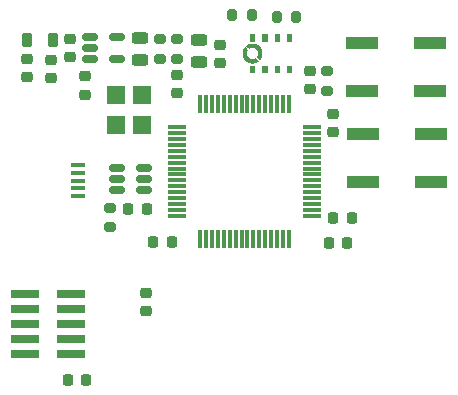
<source format=gbr>
%TF.GenerationSoftware,KiCad,Pcbnew,(6.0.0)*%
%TF.CreationDate,2022-03-30T15:51:48+02:00*%
%TF.ProjectId,USBMIc,5553424d-4963-42e6-9b69-6361645f7063,rev?*%
%TF.SameCoordinates,Original*%
%TF.FileFunction,Paste,Top*%
%TF.FilePolarity,Positive*%
%FSLAX46Y46*%
G04 Gerber Fmt 4.6, Leading zero omitted, Abs format (unit mm)*
G04 Created by KiCad (PCBNEW (6.0.0)) date 2022-03-30 15:51:48*
%MOMM*%
%LPD*%
G01*
G04 APERTURE LIST*
G04 Aperture macros list*
%AMRoundRect*
0 Rectangle with rounded corners*
0 $1 Rounding radius*
0 $2 $3 $4 $5 $6 $7 $8 $9 X,Y pos of 4 corners*
0 Add a 4 corners polygon primitive as box body*
4,1,4,$2,$3,$4,$5,$6,$7,$8,$9,$2,$3,0*
0 Add four circle primitives for the rounded corners*
1,1,$1+$1,$2,$3*
1,1,$1+$1,$4,$5*
1,1,$1+$1,$6,$7*
1,1,$1+$1,$8,$9*
0 Add four rect primitives between the rounded corners*
20,1,$1+$1,$2,$3,$4,$5,0*
20,1,$1+$1,$4,$5,$6,$7,0*
20,1,$1+$1,$6,$7,$8,$9,0*
20,1,$1+$1,$8,$9,$2,$3,0*%
G04 Aperture macros list end*
%ADD10C,0.010000*%
%ADD11RoundRect,0.225000X0.250000X-0.225000X0.250000X0.225000X-0.250000X0.225000X-0.250000X-0.225000X0*%
%ADD12RoundRect,0.225000X0.225000X0.250000X-0.225000X0.250000X-0.225000X-0.250000X0.225000X-0.250000X0*%
%ADD13RoundRect,0.225000X-0.225000X-0.250000X0.225000X-0.250000X0.225000X0.250000X-0.225000X0.250000X0*%
%ADD14R,1.500000X1.600000*%
%ADD15RoundRect,0.075000X0.700000X0.075000X-0.700000X0.075000X-0.700000X-0.075000X0.700000X-0.075000X0*%
%ADD16RoundRect,0.075000X0.075000X0.700000X-0.075000X0.700000X-0.075000X-0.700000X0.075000X-0.700000X0*%
%ADD17RoundRect,0.150000X-0.512500X-0.150000X0.512500X-0.150000X0.512500X0.150000X-0.512500X0.150000X0*%
%ADD18R,2.750000X1.000000*%
%ADD19RoundRect,0.200000X0.275000X-0.200000X0.275000X0.200000X-0.275000X0.200000X-0.275000X-0.200000X0*%
%ADD20RoundRect,0.200000X-0.200000X-0.275000X0.200000X-0.275000X0.200000X0.275000X-0.200000X0.275000X0*%
%ADD21RoundRect,0.200000X0.200000X0.275000X-0.200000X0.275000X-0.200000X-0.275000X0.200000X-0.275000X0*%
%ADD22RoundRect,0.200000X-0.275000X0.200000X-0.275000X-0.200000X0.275000X-0.200000X0.275000X0.200000X0*%
%ADD23RoundRect,0.218750X-0.218750X-0.381250X0.218750X-0.381250X0.218750X0.381250X-0.218750X0.381250X0*%
%ADD24R,2.400000X0.740000*%
%ADD25R,1.300000X0.450000*%
%ADD26RoundRect,0.243750X0.456250X-0.243750X0.456250X0.243750X-0.456250X0.243750X-0.456250X-0.243750X0*%
%ADD27RoundRect,0.225000X-0.250000X0.225000X-0.250000X-0.225000X0.250000X-0.225000X0.250000X0.225000X0*%
G04 APERTURE END LIST*
D10*
%TO.C,MK1*%
X87738770Y-63093728D02*
X87759000Y-63113500D01*
X87759000Y-63113500D02*
X87778000Y-63129500D01*
X87778000Y-63129500D02*
X87797000Y-63144500D01*
X87797000Y-63144500D02*
X87816000Y-63158500D01*
X87816000Y-63158500D02*
X87837000Y-63171500D01*
X87837000Y-63171500D02*
X87857000Y-63183500D01*
X87857000Y-63183500D02*
X87879000Y-63195500D01*
X87879000Y-63195500D02*
X87901000Y-63205500D01*
X87901000Y-63205500D02*
X87923000Y-63214500D01*
X87923000Y-63214500D02*
X87946000Y-63222500D01*
X87946000Y-63222500D02*
X87969000Y-63229500D01*
X87969000Y-63229500D02*
X87993000Y-63235500D01*
X87993000Y-63235500D02*
X88016000Y-63240500D01*
X88016000Y-63240500D02*
X88040000Y-63244500D01*
X88040000Y-63244500D02*
X88064000Y-63247500D01*
X88064000Y-63247500D02*
X88088000Y-63248500D01*
X88088000Y-63248500D02*
X88112000Y-63249500D01*
X88112000Y-63249500D02*
X88137000Y-63248500D01*
X88137000Y-63248500D02*
X88161000Y-63246500D01*
X88161000Y-63246500D02*
X88185000Y-63243500D01*
X88185000Y-63243500D02*
X88209000Y-63239500D01*
X88209000Y-63239500D02*
X88232000Y-63234500D01*
X88232000Y-63234500D02*
X88256000Y-63228500D01*
X88256000Y-63228500D02*
X88279000Y-63220500D01*
X88279000Y-63220500D02*
X88301000Y-63212500D01*
X88301000Y-63212500D02*
X88324000Y-63202500D01*
X88324000Y-63202500D02*
X88345000Y-63192500D01*
X88345000Y-63192500D02*
X88367000Y-63181500D01*
X88367000Y-63181500D02*
X88387000Y-63168500D01*
X88387000Y-63168500D02*
X88404000Y-63157500D01*
X88404000Y-63157500D02*
X88601000Y-63354500D01*
X88601000Y-63354500D02*
X88571000Y-63376500D01*
X88571000Y-63376500D02*
X88539000Y-63398500D01*
X88539000Y-63398500D02*
X88506000Y-63418500D01*
X88506000Y-63418500D02*
X88472000Y-63436500D01*
X88472000Y-63436500D02*
X88437000Y-63453500D01*
X88437000Y-63453500D02*
X88401000Y-63467500D01*
X88401000Y-63467500D02*
X88365000Y-63481500D01*
X88365000Y-63481500D02*
X88328000Y-63492500D01*
X88328000Y-63492500D02*
X88291000Y-63502500D01*
X88291000Y-63502500D02*
X88253000Y-63510500D01*
X88253000Y-63510500D02*
X88215000Y-63516500D01*
X88215000Y-63516500D02*
X88177000Y-63520500D01*
X88177000Y-63520500D02*
X88138000Y-63522500D01*
X88138000Y-63522500D02*
X88100000Y-63522500D01*
X88100000Y-63522500D02*
X88061000Y-63521500D01*
X88061000Y-63521500D02*
X88023000Y-63518500D01*
X88023000Y-63518500D02*
X87985000Y-63513500D01*
X87985000Y-63513500D02*
X87947000Y-63506500D01*
X87947000Y-63506500D02*
X87909000Y-63497500D01*
X87909000Y-63497500D02*
X87872000Y-63486500D01*
X87872000Y-63486500D02*
X87835000Y-63474500D01*
X87835000Y-63474500D02*
X87800000Y-63460500D01*
X87800000Y-63460500D02*
X87764000Y-63444500D01*
X87764000Y-63444500D02*
X87730000Y-63426500D01*
X87730000Y-63426500D02*
X87697000Y-63407500D01*
X87697000Y-63407500D02*
X87664000Y-63386500D01*
X87664000Y-63386500D02*
X87633000Y-63364500D01*
X87633000Y-63364500D02*
X87602000Y-63340500D01*
X87602000Y-63340500D02*
X87573000Y-63315500D01*
X87573000Y-63315500D02*
X87544000Y-63288500D01*
X87544000Y-63288500D02*
X87517000Y-63259500D01*
X87517000Y-63259500D02*
X87492000Y-63230500D01*
X87492000Y-63230500D02*
X87468000Y-63199500D01*
X87468000Y-63199500D02*
X87446000Y-63168500D01*
X87446000Y-63168500D02*
X87425000Y-63135500D01*
X87425000Y-63135500D02*
X87406000Y-63102500D01*
X87406000Y-63102500D02*
X87388000Y-63068500D01*
X87388000Y-63068500D02*
X87372000Y-63032500D01*
X87372000Y-63032500D02*
X87358000Y-62997500D01*
X87358000Y-62997500D02*
X87346000Y-62960500D01*
X87346000Y-62960500D02*
X87335000Y-62923500D01*
X87335000Y-62923500D02*
X87326000Y-62885500D01*
X87326000Y-62885500D02*
X87319000Y-62847500D01*
X87319000Y-62847500D02*
X87314000Y-62809500D01*
X87314000Y-62809500D02*
X87311000Y-62771500D01*
X87311000Y-62771500D02*
X87310000Y-62732500D01*
X87310000Y-62732500D02*
X87310000Y-62694500D01*
X87310000Y-62694500D02*
X87312000Y-62655500D01*
X87312000Y-62655500D02*
X87316000Y-62617500D01*
X87316000Y-62617500D02*
X87322000Y-62579500D01*
X87322000Y-62579500D02*
X87330000Y-62541500D01*
X87330000Y-62541500D02*
X87340000Y-62504500D01*
X87340000Y-62504500D02*
X87351000Y-62467500D01*
X87351000Y-62467500D02*
X87365000Y-62431500D01*
X87365000Y-62431500D02*
X87379000Y-62395500D01*
X87379000Y-62395500D02*
X87396000Y-62360500D01*
X87396000Y-62360500D02*
X87414000Y-62326500D01*
X87414000Y-62326500D02*
X87434000Y-62293500D01*
X87434000Y-62293500D02*
X87456000Y-62261500D01*
X87456000Y-62261500D02*
X87478000Y-62231500D01*
X87478000Y-62231500D02*
X87675000Y-62428500D01*
X87675000Y-62428500D02*
X87664000Y-62445500D01*
X87664000Y-62445500D02*
X87651000Y-62465500D01*
X87651000Y-62465500D02*
X87640000Y-62487500D01*
X87640000Y-62487500D02*
X87630000Y-62508500D01*
X87630000Y-62508500D02*
X87620000Y-62531500D01*
X87620000Y-62531500D02*
X87612000Y-62553500D01*
X87612000Y-62553500D02*
X87604000Y-62576500D01*
X87604000Y-62576500D02*
X87598000Y-62600500D01*
X87598000Y-62600500D02*
X87593000Y-62623500D01*
X87593000Y-62623500D02*
X87589000Y-62647500D01*
X87589000Y-62647500D02*
X87586000Y-62671500D01*
X87586000Y-62671500D02*
X87584000Y-62695500D01*
X87584000Y-62695500D02*
X87583000Y-62720500D01*
X87583000Y-62720500D02*
X87584000Y-62744500D01*
X87584000Y-62744500D02*
X87585000Y-62768500D01*
X87585000Y-62768500D02*
X87588000Y-62792500D01*
X87588000Y-62792500D02*
X87592000Y-62816500D01*
X87592000Y-62816500D02*
X87597000Y-62839500D01*
X87597000Y-62839500D02*
X87603000Y-62863500D01*
X87603000Y-62863500D02*
X87610000Y-62886500D01*
X87610000Y-62886500D02*
X87618000Y-62909500D01*
X87618000Y-62909500D02*
X87627000Y-62931500D01*
X87627000Y-62931500D02*
X87637000Y-62953500D01*
X87637000Y-62953500D02*
X87649000Y-62975500D01*
X87649000Y-62975500D02*
X87661000Y-62995500D01*
X87661000Y-62995500D02*
X87674000Y-63016500D01*
X87674000Y-63016500D02*
X87688000Y-63035500D01*
X87688000Y-63035500D02*
X87703000Y-63054500D01*
X87703000Y-63054500D02*
X87719000Y-63073500D01*
X87719000Y-63073500D02*
X87739000Y-63093500D01*
X87739000Y-63093500D02*
X87738770Y-63093728D01*
X87738770Y-63093728D02*
X87738770Y-63093728D01*
G36*
X87675000Y-62428500D02*
G01*
X87664000Y-62445500D01*
X87651000Y-62465500D01*
X87640000Y-62487500D01*
X87630000Y-62508500D01*
X87620000Y-62531500D01*
X87612000Y-62553500D01*
X87604000Y-62576500D01*
X87598000Y-62600500D01*
X87593000Y-62623500D01*
X87589000Y-62647500D01*
X87586000Y-62671500D01*
X87584000Y-62695500D01*
X87583000Y-62720500D01*
X87585000Y-62768500D01*
X87588000Y-62792500D01*
X87592000Y-62816500D01*
X87597000Y-62839500D01*
X87603000Y-62863500D01*
X87610000Y-62886500D01*
X87618000Y-62909500D01*
X87627000Y-62931500D01*
X87637000Y-62953500D01*
X87649000Y-62975500D01*
X87661000Y-62995500D01*
X87674000Y-63016500D01*
X87688000Y-63035500D01*
X87703000Y-63054500D01*
X87719000Y-63073500D01*
X87739000Y-63093500D01*
X87738770Y-63093728D01*
X87759000Y-63113500D01*
X87778000Y-63129500D01*
X87797000Y-63144500D01*
X87816000Y-63158500D01*
X87837000Y-63171500D01*
X87857000Y-63183500D01*
X87879000Y-63195500D01*
X87901000Y-63205500D01*
X87923000Y-63214500D01*
X87946000Y-63222500D01*
X87969000Y-63229500D01*
X87993000Y-63235500D01*
X88016000Y-63240500D01*
X88040000Y-63244500D01*
X88064000Y-63247500D01*
X88112000Y-63249500D01*
X88137000Y-63248500D01*
X88161000Y-63246500D01*
X88185000Y-63243500D01*
X88209000Y-63239500D01*
X88232000Y-63234500D01*
X88256000Y-63228500D01*
X88279000Y-63220500D01*
X88301000Y-63212500D01*
X88324000Y-63202500D01*
X88345000Y-63192500D01*
X88367000Y-63181500D01*
X88387000Y-63168500D01*
X88404000Y-63157500D01*
X88601000Y-63354500D01*
X88571000Y-63376500D01*
X88539000Y-63398500D01*
X88506000Y-63418500D01*
X88472000Y-63436500D01*
X88437000Y-63453500D01*
X88365000Y-63481500D01*
X88328000Y-63492500D01*
X88291000Y-63502500D01*
X88253000Y-63510500D01*
X88215000Y-63516500D01*
X88177000Y-63520500D01*
X88138000Y-63522500D01*
X88100000Y-63522500D01*
X88061000Y-63521500D01*
X88023000Y-63518500D01*
X87985000Y-63513500D01*
X87947000Y-63506500D01*
X87909000Y-63497500D01*
X87872000Y-63486500D01*
X87835000Y-63474500D01*
X87800000Y-63460500D01*
X87764000Y-63444500D01*
X87730000Y-63426500D01*
X87697000Y-63407500D01*
X87664000Y-63386500D01*
X87633000Y-63364500D01*
X87602000Y-63340500D01*
X87573000Y-63315500D01*
X87544000Y-63288500D01*
X87517000Y-63259500D01*
X87492000Y-63230500D01*
X87468000Y-63199500D01*
X87446000Y-63168500D01*
X87425000Y-63135500D01*
X87406000Y-63102500D01*
X87388000Y-63068500D01*
X87372000Y-63032500D01*
X87358000Y-62997500D01*
X87346000Y-62960500D01*
X87335000Y-62923500D01*
X87326000Y-62885500D01*
X87319000Y-62847500D01*
X87314000Y-62809500D01*
X87311000Y-62771500D01*
X87310000Y-62732500D01*
X87310000Y-62694500D01*
X87312000Y-62655500D01*
X87316000Y-62617500D01*
X87322000Y-62579500D01*
X87330000Y-62541500D01*
X87340000Y-62504500D01*
X87351000Y-62467500D01*
X87379000Y-62395500D01*
X87396000Y-62360500D01*
X87414000Y-62326500D01*
X87434000Y-62293500D01*
X87456000Y-62261500D01*
X87478000Y-62231500D01*
X87675000Y-62428500D01*
G37*
X87675000Y-62428500D02*
X87664000Y-62445500D01*
X87651000Y-62465500D01*
X87640000Y-62487500D01*
X87630000Y-62508500D01*
X87620000Y-62531500D01*
X87612000Y-62553500D01*
X87604000Y-62576500D01*
X87598000Y-62600500D01*
X87593000Y-62623500D01*
X87589000Y-62647500D01*
X87586000Y-62671500D01*
X87584000Y-62695500D01*
X87583000Y-62720500D01*
X87585000Y-62768500D01*
X87588000Y-62792500D01*
X87592000Y-62816500D01*
X87597000Y-62839500D01*
X87603000Y-62863500D01*
X87610000Y-62886500D01*
X87618000Y-62909500D01*
X87627000Y-62931500D01*
X87637000Y-62953500D01*
X87649000Y-62975500D01*
X87661000Y-62995500D01*
X87674000Y-63016500D01*
X87688000Y-63035500D01*
X87703000Y-63054500D01*
X87719000Y-63073500D01*
X87739000Y-63093500D01*
X87738770Y-63093728D01*
X87759000Y-63113500D01*
X87778000Y-63129500D01*
X87797000Y-63144500D01*
X87816000Y-63158500D01*
X87837000Y-63171500D01*
X87857000Y-63183500D01*
X87879000Y-63195500D01*
X87901000Y-63205500D01*
X87923000Y-63214500D01*
X87946000Y-63222500D01*
X87969000Y-63229500D01*
X87993000Y-63235500D01*
X88016000Y-63240500D01*
X88040000Y-63244500D01*
X88064000Y-63247500D01*
X88112000Y-63249500D01*
X88137000Y-63248500D01*
X88161000Y-63246500D01*
X88185000Y-63243500D01*
X88209000Y-63239500D01*
X88232000Y-63234500D01*
X88256000Y-63228500D01*
X88279000Y-63220500D01*
X88301000Y-63212500D01*
X88324000Y-63202500D01*
X88345000Y-63192500D01*
X88367000Y-63181500D01*
X88387000Y-63168500D01*
X88404000Y-63157500D01*
X88601000Y-63354500D01*
X88571000Y-63376500D01*
X88539000Y-63398500D01*
X88506000Y-63418500D01*
X88472000Y-63436500D01*
X88437000Y-63453500D01*
X88365000Y-63481500D01*
X88328000Y-63492500D01*
X88291000Y-63502500D01*
X88253000Y-63510500D01*
X88215000Y-63516500D01*
X88177000Y-63520500D01*
X88138000Y-63522500D01*
X88100000Y-63522500D01*
X88061000Y-63521500D01*
X88023000Y-63518500D01*
X87985000Y-63513500D01*
X87947000Y-63506500D01*
X87909000Y-63497500D01*
X87872000Y-63486500D01*
X87835000Y-63474500D01*
X87800000Y-63460500D01*
X87764000Y-63444500D01*
X87730000Y-63426500D01*
X87697000Y-63407500D01*
X87664000Y-63386500D01*
X87633000Y-63364500D01*
X87602000Y-63340500D01*
X87573000Y-63315500D01*
X87544000Y-63288500D01*
X87517000Y-63259500D01*
X87492000Y-63230500D01*
X87468000Y-63199500D01*
X87446000Y-63168500D01*
X87425000Y-63135500D01*
X87406000Y-63102500D01*
X87388000Y-63068500D01*
X87372000Y-63032500D01*
X87358000Y-62997500D01*
X87346000Y-62960500D01*
X87335000Y-62923500D01*
X87326000Y-62885500D01*
X87319000Y-62847500D01*
X87314000Y-62809500D01*
X87311000Y-62771500D01*
X87310000Y-62732500D01*
X87310000Y-62694500D01*
X87312000Y-62655500D01*
X87316000Y-62617500D01*
X87322000Y-62579500D01*
X87330000Y-62541500D01*
X87340000Y-62504500D01*
X87351000Y-62467500D01*
X87379000Y-62395500D01*
X87396000Y-62360500D01*
X87414000Y-62326500D01*
X87434000Y-62293500D01*
X87456000Y-62261500D01*
X87478000Y-62231500D01*
X87675000Y-62428500D01*
X90045000Y-61117500D02*
X90395000Y-61117500D01*
X90395000Y-61117500D02*
X90395000Y-61667500D01*
X90395000Y-61667500D02*
X90045000Y-61667500D01*
X90045000Y-61667500D02*
X90045000Y-61117500D01*
G36*
X90395000Y-61667500D02*
G01*
X90045000Y-61667500D01*
X90045000Y-61117500D01*
X90395000Y-61117500D01*
X90395000Y-61667500D01*
G37*
X90395000Y-61667500D02*
X90045000Y-61667500D01*
X90045000Y-61117500D01*
X90395000Y-61117500D01*
X90395000Y-61667500D01*
X88481228Y-62351272D02*
X88461000Y-62331500D01*
X88461000Y-62331500D02*
X88442000Y-62315500D01*
X88442000Y-62315500D02*
X88423000Y-62300500D01*
X88423000Y-62300500D02*
X88404000Y-62286500D01*
X88404000Y-62286500D02*
X88383000Y-62273500D01*
X88383000Y-62273500D02*
X88363000Y-62261500D01*
X88363000Y-62261500D02*
X88341000Y-62249500D01*
X88341000Y-62249500D02*
X88319000Y-62239500D01*
X88319000Y-62239500D02*
X88297000Y-62230500D01*
X88297000Y-62230500D02*
X88274000Y-62222500D01*
X88274000Y-62222500D02*
X88251000Y-62215500D01*
X88251000Y-62215500D02*
X88227000Y-62209500D01*
X88227000Y-62209500D02*
X88204000Y-62204500D01*
X88204000Y-62204500D02*
X88180000Y-62200500D01*
X88180000Y-62200500D02*
X88156000Y-62197500D01*
X88156000Y-62197500D02*
X88132000Y-62196500D01*
X88132000Y-62196500D02*
X88108000Y-62195500D01*
X88108000Y-62195500D02*
X88083000Y-62196500D01*
X88083000Y-62196500D02*
X88059000Y-62198500D01*
X88059000Y-62198500D02*
X88035000Y-62201500D01*
X88035000Y-62201500D02*
X88011000Y-62205500D01*
X88011000Y-62205500D02*
X87988000Y-62210500D01*
X87988000Y-62210500D02*
X87964000Y-62216500D01*
X87964000Y-62216500D02*
X87941000Y-62224500D01*
X87941000Y-62224500D02*
X87919000Y-62232500D01*
X87919000Y-62232500D02*
X87896000Y-62242500D01*
X87896000Y-62242500D02*
X87875000Y-62252500D01*
X87875000Y-62252500D02*
X87853000Y-62263500D01*
X87853000Y-62263500D02*
X87833000Y-62276500D01*
X87833000Y-62276500D02*
X87816000Y-62287500D01*
X87816000Y-62287500D02*
X87619000Y-62090500D01*
X87619000Y-62090500D02*
X87649000Y-62068500D01*
X87649000Y-62068500D02*
X87681000Y-62046500D01*
X87681000Y-62046500D02*
X87714000Y-62026500D01*
X87714000Y-62026500D02*
X87748000Y-62008500D01*
X87748000Y-62008500D02*
X87783000Y-61991500D01*
X87783000Y-61991500D02*
X87819000Y-61977500D01*
X87819000Y-61977500D02*
X87855000Y-61963500D01*
X87855000Y-61963500D02*
X87892000Y-61952500D01*
X87892000Y-61952500D02*
X87929000Y-61942500D01*
X87929000Y-61942500D02*
X87967000Y-61934500D01*
X87967000Y-61934500D02*
X88005000Y-61928500D01*
X88005000Y-61928500D02*
X88043000Y-61924500D01*
X88043000Y-61924500D02*
X88082000Y-61922500D01*
X88082000Y-61922500D02*
X88120000Y-61922500D01*
X88120000Y-61922500D02*
X88159000Y-61923500D01*
X88159000Y-61923500D02*
X88197000Y-61926500D01*
X88197000Y-61926500D02*
X88235000Y-61931500D01*
X88235000Y-61931500D02*
X88273000Y-61938500D01*
X88273000Y-61938500D02*
X88311000Y-61947500D01*
X88311000Y-61947500D02*
X88348000Y-61958500D01*
X88348000Y-61958500D02*
X88385000Y-61970500D01*
X88385000Y-61970500D02*
X88420000Y-61984500D01*
X88420000Y-61984500D02*
X88456000Y-62000500D01*
X88456000Y-62000500D02*
X88490000Y-62018500D01*
X88490000Y-62018500D02*
X88523000Y-62037500D01*
X88523000Y-62037500D02*
X88556000Y-62058500D01*
X88556000Y-62058500D02*
X88587000Y-62080500D01*
X88587000Y-62080500D02*
X88618000Y-62104500D01*
X88618000Y-62104500D02*
X88647000Y-62129500D01*
X88647000Y-62129500D02*
X88676000Y-62156500D01*
X88676000Y-62156500D02*
X88703000Y-62185500D01*
X88703000Y-62185500D02*
X88728000Y-62214500D01*
X88728000Y-62214500D02*
X88752000Y-62245500D01*
X88752000Y-62245500D02*
X88774000Y-62276500D01*
X88774000Y-62276500D02*
X88795000Y-62309500D01*
X88795000Y-62309500D02*
X88814000Y-62342500D01*
X88814000Y-62342500D02*
X88832000Y-62376500D01*
X88832000Y-62376500D02*
X88848000Y-62412500D01*
X88848000Y-62412500D02*
X88862000Y-62447500D01*
X88862000Y-62447500D02*
X88874000Y-62484500D01*
X88874000Y-62484500D02*
X88885000Y-62521500D01*
X88885000Y-62521500D02*
X88894000Y-62559500D01*
X88894000Y-62559500D02*
X88901000Y-62597500D01*
X88901000Y-62597500D02*
X88906000Y-62635500D01*
X88906000Y-62635500D02*
X88909000Y-62673500D01*
X88909000Y-62673500D02*
X88910000Y-62712500D01*
X88910000Y-62712500D02*
X88910000Y-62750500D01*
X88910000Y-62750500D02*
X88908000Y-62789500D01*
X88908000Y-62789500D02*
X88904000Y-62827500D01*
X88904000Y-62827500D02*
X88898000Y-62865500D01*
X88898000Y-62865500D02*
X88890000Y-62903500D01*
X88890000Y-62903500D02*
X88880000Y-62940500D01*
X88880000Y-62940500D02*
X88869000Y-62977500D01*
X88869000Y-62977500D02*
X88855000Y-63013500D01*
X88855000Y-63013500D02*
X88841000Y-63049500D01*
X88841000Y-63049500D02*
X88824000Y-63084500D01*
X88824000Y-63084500D02*
X88806000Y-63118500D01*
X88806000Y-63118500D02*
X88786000Y-63151500D01*
X88786000Y-63151500D02*
X88764000Y-63183500D01*
X88764000Y-63183500D02*
X88742000Y-63213500D01*
X88742000Y-63213500D02*
X88545000Y-63016500D01*
X88545000Y-63016500D02*
X88556000Y-62999500D01*
X88556000Y-62999500D02*
X88569000Y-62979500D01*
X88569000Y-62979500D02*
X88580000Y-62957500D01*
X88580000Y-62957500D02*
X88590000Y-62936500D01*
X88590000Y-62936500D02*
X88600000Y-62913500D01*
X88600000Y-62913500D02*
X88608000Y-62891500D01*
X88608000Y-62891500D02*
X88616000Y-62868500D01*
X88616000Y-62868500D02*
X88622000Y-62844500D01*
X88622000Y-62844500D02*
X88627000Y-62821500D01*
X88627000Y-62821500D02*
X88631000Y-62797500D01*
X88631000Y-62797500D02*
X88634000Y-62773500D01*
X88634000Y-62773500D02*
X88636000Y-62749500D01*
X88636000Y-62749500D02*
X88637000Y-62724500D01*
X88637000Y-62724500D02*
X88636000Y-62700500D01*
X88636000Y-62700500D02*
X88635000Y-62676500D01*
X88635000Y-62676500D02*
X88632000Y-62652500D01*
X88632000Y-62652500D02*
X88628000Y-62628500D01*
X88628000Y-62628500D02*
X88623000Y-62605500D01*
X88623000Y-62605500D02*
X88617000Y-62581500D01*
X88617000Y-62581500D02*
X88610000Y-62558500D01*
X88610000Y-62558500D02*
X88602000Y-62535500D01*
X88602000Y-62535500D02*
X88593000Y-62513500D01*
X88593000Y-62513500D02*
X88583000Y-62491500D01*
X88583000Y-62491500D02*
X88571000Y-62469500D01*
X88571000Y-62469500D02*
X88559000Y-62449500D01*
X88559000Y-62449500D02*
X88546000Y-62428500D01*
X88546000Y-62428500D02*
X88532000Y-62409500D01*
X88532000Y-62409500D02*
X88517000Y-62390500D01*
X88517000Y-62390500D02*
X88501000Y-62371500D01*
X88501000Y-62371500D02*
X88481000Y-62351500D01*
X88481000Y-62351500D02*
X88481228Y-62351272D01*
X88481228Y-62351272D02*
X88481228Y-62351272D01*
G36*
X88159000Y-61923500D02*
G01*
X88197000Y-61926500D01*
X88235000Y-61931500D01*
X88273000Y-61938500D01*
X88311000Y-61947500D01*
X88348000Y-61958500D01*
X88385000Y-61970500D01*
X88420000Y-61984500D01*
X88456000Y-62000500D01*
X88490000Y-62018500D01*
X88523000Y-62037500D01*
X88556000Y-62058500D01*
X88587000Y-62080500D01*
X88618000Y-62104500D01*
X88647000Y-62129500D01*
X88676000Y-62156500D01*
X88703000Y-62185500D01*
X88728000Y-62214500D01*
X88752000Y-62245500D01*
X88774000Y-62276500D01*
X88795000Y-62309500D01*
X88814000Y-62342500D01*
X88832000Y-62376500D01*
X88848000Y-62412500D01*
X88862000Y-62447500D01*
X88874000Y-62484500D01*
X88885000Y-62521500D01*
X88894000Y-62559500D01*
X88901000Y-62597500D01*
X88906000Y-62635500D01*
X88909000Y-62673500D01*
X88910000Y-62712500D01*
X88910000Y-62750500D01*
X88908000Y-62789500D01*
X88904000Y-62827500D01*
X88898000Y-62865500D01*
X88890000Y-62903500D01*
X88880000Y-62940500D01*
X88869000Y-62977500D01*
X88841000Y-63049500D01*
X88824000Y-63084500D01*
X88806000Y-63118500D01*
X88786000Y-63151500D01*
X88764000Y-63183500D01*
X88742000Y-63213500D01*
X88545000Y-63016500D01*
X88556000Y-62999500D01*
X88569000Y-62979500D01*
X88580000Y-62957500D01*
X88590000Y-62936500D01*
X88600000Y-62913500D01*
X88608000Y-62891500D01*
X88616000Y-62868500D01*
X88622000Y-62844500D01*
X88627000Y-62821500D01*
X88631000Y-62797500D01*
X88634000Y-62773500D01*
X88636000Y-62749500D01*
X88637000Y-62724500D01*
X88635000Y-62676500D01*
X88632000Y-62652500D01*
X88628000Y-62628500D01*
X88623000Y-62605500D01*
X88617000Y-62581500D01*
X88610000Y-62558500D01*
X88602000Y-62535500D01*
X88593000Y-62513500D01*
X88583000Y-62491500D01*
X88571000Y-62469500D01*
X88559000Y-62449500D01*
X88546000Y-62428500D01*
X88532000Y-62409500D01*
X88517000Y-62390500D01*
X88501000Y-62371500D01*
X88481000Y-62351500D01*
X88481228Y-62351272D01*
X88461000Y-62331500D01*
X88442000Y-62315500D01*
X88423000Y-62300500D01*
X88404000Y-62286500D01*
X88383000Y-62273500D01*
X88363000Y-62261500D01*
X88341000Y-62249500D01*
X88319000Y-62239500D01*
X88297000Y-62230500D01*
X88274000Y-62222500D01*
X88251000Y-62215500D01*
X88227000Y-62209500D01*
X88204000Y-62204500D01*
X88180000Y-62200500D01*
X88156000Y-62197500D01*
X88108000Y-62195500D01*
X88083000Y-62196500D01*
X88059000Y-62198500D01*
X88035000Y-62201500D01*
X88011000Y-62205500D01*
X87988000Y-62210500D01*
X87964000Y-62216500D01*
X87941000Y-62224500D01*
X87919000Y-62232500D01*
X87896000Y-62242500D01*
X87875000Y-62252500D01*
X87853000Y-62263500D01*
X87833000Y-62276500D01*
X87816000Y-62287500D01*
X87619000Y-62090500D01*
X87649000Y-62068500D01*
X87681000Y-62046500D01*
X87714000Y-62026500D01*
X87748000Y-62008500D01*
X87783000Y-61991500D01*
X87855000Y-61963500D01*
X87892000Y-61952500D01*
X87929000Y-61942500D01*
X87967000Y-61934500D01*
X88005000Y-61928500D01*
X88043000Y-61924500D01*
X88082000Y-61922500D01*
X88120000Y-61922500D01*
X88159000Y-61923500D01*
G37*
X88159000Y-61923500D02*
X88197000Y-61926500D01*
X88235000Y-61931500D01*
X88273000Y-61938500D01*
X88311000Y-61947500D01*
X88348000Y-61958500D01*
X88385000Y-61970500D01*
X88420000Y-61984500D01*
X88456000Y-62000500D01*
X88490000Y-62018500D01*
X88523000Y-62037500D01*
X88556000Y-62058500D01*
X88587000Y-62080500D01*
X88618000Y-62104500D01*
X88647000Y-62129500D01*
X88676000Y-62156500D01*
X88703000Y-62185500D01*
X88728000Y-62214500D01*
X88752000Y-62245500D01*
X88774000Y-62276500D01*
X88795000Y-62309500D01*
X88814000Y-62342500D01*
X88832000Y-62376500D01*
X88848000Y-62412500D01*
X88862000Y-62447500D01*
X88874000Y-62484500D01*
X88885000Y-62521500D01*
X88894000Y-62559500D01*
X88901000Y-62597500D01*
X88906000Y-62635500D01*
X88909000Y-62673500D01*
X88910000Y-62712500D01*
X88910000Y-62750500D01*
X88908000Y-62789500D01*
X88904000Y-62827500D01*
X88898000Y-62865500D01*
X88890000Y-62903500D01*
X88880000Y-62940500D01*
X88869000Y-62977500D01*
X88841000Y-63049500D01*
X88824000Y-63084500D01*
X88806000Y-63118500D01*
X88786000Y-63151500D01*
X88764000Y-63183500D01*
X88742000Y-63213500D01*
X88545000Y-63016500D01*
X88556000Y-62999500D01*
X88569000Y-62979500D01*
X88580000Y-62957500D01*
X88590000Y-62936500D01*
X88600000Y-62913500D01*
X88608000Y-62891500D01*
X88616000Y-62868500D01*
X88622000Y-62844500D01*
X88627000Y-62821500D01*
X88631000Y-62797500D01*
X88634000Y-62773500D01*
X88636000Y-62749500D01*
X88637000Y-62724500D01*
X88635000Y-62676500D01*
X88632000Y-62652500D01*
X88628000Y-62628500D01*
X88623000Y-62605500D01*
X88617000Y-62581500D01*
X88610000Y-62558500D01*
X88602000Y-62535500D01*
X88593000Y-62513500D01*
X88583000Y-62491500D01*
X88571000Y-62469500D01*
X88559000Y-62449500D01*
X88546000Y-62428500D01*
X88532000Y-62409500D01*
X88517000Y-62390500D01*
X88501000Y-62371500D01*
X88481000Y-62351500D01*
X88481228Y-62351272D01*
X88461000Y-62331500D01*
X88442000Y-62315500D01*
X88423000Y-62300500D01*
X88404000Y-62286500D01*
X88383000Y-62273500D01*
X88363000Y-62261500D01*
X88341000Y-62249500D01*
X88319000Y-62239500D01*
X88297000Y-62230500D01*
X88274000Y-62222500D01*
X88251000Y-62215500D01*
X88227000Y-62209500D01*
X88204000Y-62204500D01*
X88180000Y-62200500D01*
X88156000Y-62197500D01*
X88108000Y-62195500D01*
X88083000Y-62196500D01*
X88059000Y-62198500D01*
X88035000Y-62201500D01*
X88011000Y-62205500D01*
X87988000Y-62210500D01*
X87964000Y-62216500D01*
X87941000Y-62224500D01*
X87919000Y-62232500D01*
X87896000Y-62242500D01*
X87875000Y-62252500D01*
X87853000Y-62263500D01*
X87833000Y-62276500D01*
X87816000Y-62287500D01*
X87619000Y-62090500D01*
X87649000Y-62068500D01*
X87681000Y-62046500D01*
X87714000Y-62026500D01*
X87748000Y-62008500D01*
X87783000Y-61991500D01*
X87855000Y-61963500D01*
X87892000Y-61952500D01*
X87929000Y-61942500D01*
X87967000Y-61934500D01*
X88005000Y-61928500D01*
X88043000Y-61924500D01*
X88082000Y-61922500D01*
X88120000Y-61922500D01*
X88159000Y-61923500D01*
X91095000Y-61117500D02*
X91445000Y-61117500D01*
X91445000Y-61117500D02*
X91445000Y-61667500D01*
X91445000Y-61667500D02*
X91095000Y-61667500D01*
X91095000Y-61667500D02*
X91095000Y-61117500D01*
G36*
X91445000Y-61667500D02*
G01*
X91095000Y-61667500D01*
X91095000Y-61117500D01*
X91445000Y-61117500D01*
X91445000Y-61667500D01*
G37*
X91445000Y-61667500D02*
X91095000Y-61667500D01*
X91095000Y-61117500D01*
X91445000Y-61117500D01*
X91445000Y-61667500D01*
X90045000Y-63777500D02*
X90395000Y-63777500D01*
X90395000Y-63777500D02*
X90395000Y-64327500D01*
X90395000Y-64327500D02*
X90045000Y-64327500D01*
X90045000Y-64327500D02*
X90045000Y-63777500D01*
G36*
X90395000Y-64327500D02*
G01*
X90045000Y-64327500D01*
X90045000Y-63777500D01*
X90395000Y-63777500D01*
X90395000Y-64327500D01*
G37*
X90395000Y-64327500D02*
X90045000Y-64327500D01*
X90045000Y-63777500D01*
X90395000Y-63777500D01*
X90395000Y-64327500D01*
X91095000Y-63777500D02*
X91445000Y-63777500D01*
X91445000Y-63777500D02*
X91445000Y-64327500D01*
X91445000Y-64327500D02*
X91095000Y-64327500D01*
X91095000Y-64327500D02*
X91095000Y-63777500D01*
G36*
X91445000Y-64327500D02*
G01*
X91095000Y-64327500D01*
X91095000Y-63777500D01*
X91445000Y-63777500D01*
X91445000Y-64327500D01*
G37*
X91445000Y-64327500D02*
X91095000Y-64327500D01*
X91095000Y-63777500D01*
X91445000Y-63777500D01*
X91445000Y-64327500D01*
X87945000Y-61117500D02*
X88295000Y-61117500D01*
X88295000Y-61117500D02*
X88295000Y-61667500D01*
X88295000Y-61667500D02*
X87945000Y-61667500D01*
X87945000Y-61667500D02*
X87945000Y-61117500D01*
G36*
X88295000Y-61667500D02*
G01*
X87945000Y-61667500D01*
X87945000Y-61117500D01*
X88295000Y-61117500D01*
X88295000Y-61667500D01*
G37*
X88295000Y-61667500D02*
X87945000Y-61667500D01*
X87945000Y-61117500D01*
X88295000Y-61117500D01*
X88295000Y-61667500D01*
X88995000Y-61117500D02*
X89345000Y-61117500D01*
X89345000Y-61117500D02*
X89345000Y-61667500D01*
X89345000Y-61667500D02*
X88995000Y-61667500D01*
X88995000Y-61667500D02*
X88995000Y-61117500D01*
G36*
X89345000Y-61667500D02*
G01*
X88995000Y-61667500D01*
X88995000Y-61117500D01*
X89345000Y-61117500D01*
X89345000Y-61667500D01*
G37*
X89345000Y-61667500D02*
X88995000Y-61667500D01*
X88995000Y-61117500D01*
X89345000Y-61117500D01*
X89345000Y-61667500D01*
X87945000Y-63777500D02*
X88295000Y-63777500D01*
X88295000Y-63777500D02*
X88295000Y-64327500D01*
X88295000Y-64327500D02*
X87945000Y-64327500D01*
X87945000Y-64327500D02*
X87945000Y-63777500D01*
G36*
X88295000Y-64327500D02*
G01*
X87945000Y-64327500D01*
X87945000Y-63777500D01*
X88295000Y-63777500D01*
X88295000Y-64327500D01*
G37*
X88295000Y-64327500D02*
X87945000Y-64327500D01*
X87945000Y-63777500D01*
X88295000Y-63777500D01*
X88295000Y-64327500D01*
X88995000Y-63777500D02*
X89345000Y-63777500D01*
X89345000Y-63777500D02*
X89345000Y-64327500D01*
X89345000Y-64327500D02*
X88995000Y-64327500D01*
X88995000Y-64327500D02*
X88995000Y-63777500D01*
G36*
X89345000Y-64327500D02*
G01*
X88995000Y-64327500D01*
X88995000Y-63777500D01*
X89345000Y-63777500D01*
X89345000Y-64327500D01*
G37*
X89345000Y-64327500D02*
X88995000Y-64327500D01*
X88995000Y-63777500D01*
X89345000Y-63777500D01*
X89345000Y-64327500D01*
%TD*%
D11*
%TO.C,C14*%
X95000000Y-69400000D03*
X95000000Y-67850000D03*
%TD*%
%TO.C,C13*%
X79100000Y-84600000D03*
X79100000Y-83050000D03*
%TD*%
%TO.C,C12*%
X81800000Y-66100000D03*
X81800000Y-64550000D03*
%TD*%
D12*
%TO.C,C11*%
X81300000Y-78700000D03*
X79750000Y-78700000D03*
%TD*%
D11*
%TO.C,C10*%
X93000000Y-65800000D03*
X93000000Y-64250000D03*
%TD*%
D13*
%TO.C,C9*%
X95000000Y-76700000D03*
X96550000Y-76700000D03*
%TD*%
D14*
%TO.C,Y1*%
X76600000Y-66300000D03*
X76600000Y-68840000D03*
X78800000Y-68840000D03*
X78800000Y-66300000D03*
%TD*%
D15*
%TO.C,U3*%
X93150000Y-76500000D03*
X93150000Y-76000000D03*
X93150000Y-75500000D03*
X93150000Y-75000000D03*
X93150000Y-74500000D03*
X93150000Y-74000000D03*
X93150000Y-73500000D03*
X93150000Y-73000000D03*
X93150000Y-72500000D03*
X93150000Y-72000000D03*
X93150000Y-71500000D03*
X93150000Y-71000000D03*
X93150000Y-70500000D03*
X93150000Y-70000000D03*
X93150000Y-69500000D03*
X93150000Y-69000000D03*
D16*
X91225000Y-67075000D03*
X90725000Y-67075000D03*
X90225000Y-67075000D03*
X89725000Y-67075000D03*
X89225000Y-67075000D03*
X88725000Y-67075000D03*
X88225000Y-67075000D03*
X87725000Y-67075000D03*
X87225000Y-67075000D03*
X86725000Y-67075000D03*
X86225000Y-67075000D03*
X85725000Y-67075000D03*
X85225000Y-67075000D03*
X84725000Y-67075000D03*
X84225000Y-67075000D03*
X83725000Y-67075000D03*
D15*
X81800000Y-69000000D03*
X81800000Y-69500000D03*
X81800000Y-70000000D03*
X81800000Y-70500000D03*
X81800000Y-71000000D03*
X81800000Y-71500000D03*
X81800000Y-72000000D03*
X81800000Y-72500000D03*
X81800000Y-73000000D03*
X81800000Y-73500000D03*
X81800000Y-74000000D03*
X81800000Y-74500000D03*
X81800000Y-75000000D03*
X81800000Y-75500000D03*
X81800000Y-76000000D03*
X81800000Y-76500000D03*
D16*
X83725000Y-78425000D03*
X84225000Y-78425000D03*
X84725000Y-78425000D03*
X85225000Y-78425000D03*
X85725000Y-78425000D03*
X86225000Y-78425000D03*
X86725000Y-78425000D03*
X87225000Y-78425000D03*
X87725000Y-78425000D03*
X88225000Y-78425000D03*
X88725000Y-78425000D03*
X89225000Y-78425000D03*
X89725000Y-78425000D03*
X90225000Y-78425000D03*
X90725000Y-78425000D03*
X91225000Y-78425000D03*
%TD*%
D17*
%TO.C,U2*%
X74400000Y-61350000D03*
X74400000Y-62300000D03*
X74400000Y-63250000D03*
X76675000Y-63250000D03*
X76675000Y-61350000D03*
%TD*%
%TO.C,U1*%
X76662500Y-72450000D03*
X76662500Y-73400000D03*
X76662500Y-74350000D03*
X78937500Y-74350000D03*
X78937500Y-73400000D03*
X78937500Y-72450000D03*
%TD*%
D18*
%TO.C,SW2*%
X97550000Y-69600000D03*
X103300000Y-69600000D03*
X103300000Y-73600000D03*
X97550000Y-73600000D03*
%TD*%
%TO.C,SW1*%
X97450000Y-61900000D03*
X103200000Y-61900000D03*
X103200000Y-65900000D03*
X97450000Y-65900000D03*
%TD*%
D19*
%TO.C,R6*%
X80300000Y-63200000D03*
X80300000Y-61550000D03*
%TD*%
%TO.C,R5*%
X81800000Y-63200000D03*
X81800000Y-61550000D03*
%TD*%
%TO.C,R4*%
X94500000Y-65900000D03*
X94500000Y-64250000D03*
%TD*%
D20*
%TO.C,R3*%
X90200000Y-59700000D03*
X91850000Y-59700000D03*
%TD*%
D21*
%TO.C,R2*%
X88100000Y-59500000D03*
X86450000Y-59500000D03*
%TD*%
D22*
%TO.C,R1*%
X76100000Y-75800000D03*
X76100000Y-77450000D03*
%TD*%
D23*
%TO.C,L1*%
X69100000Y-61600000D03*
X71225000Y-61600000D03*
%TD*%
D24*
%TO.C,J2*%
X68900000Y-83100000D03*
X72800000Y-83100000D03*
X68900000Y-84370000D03*
X72800000Y-84370000D03*
X68900000Y-85640000D03*
X72800000Y-85640000D03*
X68900000Y-86910000D03*
X72800000Y-86910000D03*
X68900000Y-88180000D03*
X72800000Y-88180000D03*
%TD*%
D25*
%TO.C,J1*%
X73350000Y-72225000D03*
X73350000Y-72875000D03*
X73350000Y-73525000D03*
X73350000Y-74175000D03*
X73350000Y-74825000D03*
%TD*%
D26*
%TO.C,D2*%
X78600000Y-63300000D03*
X78600000Y-61425000D03*
%TD*%
%TO.C,D1*%
X83600000Y-63500000D03*
X83600000Y-61625000D03*
%TD*%
D13*
%TO.C,C8*%
X72500000Y-90400000D03*
X74050000Y-90400000D03*
%TD*%
D11*
%TO.C,C7*%
X85400000Y-63600000D03*
X85400000Y-62050000D03*
%TD*%
D13*
%TO.C,C6*%
X94600000Y-78800000D03*
X96150000Y-78800000D03*
%TD*%
D12*
%TO.C,C5*%
X79200000Y-75900000D03*
X77650000Y-75900000D03*
%TD*%
D27*
%TO.C,C4*%
X72700000Y-61500000D03*
X72700000Y-63050000D03*
%TD*%
%TO.C,C3*%
X71100000Y-63300000D03*
X71100000Y-64850000D03*
%TD*%
%TO.C,C2*%
X74000000Y-64700000D03*
X74000000Y-66250000D03*
%TD*%
%TO.C,C1*%
X69100000Y-63200000D03*
X69100000Y-64750000D03*
%TD*%
M02*

</source>
